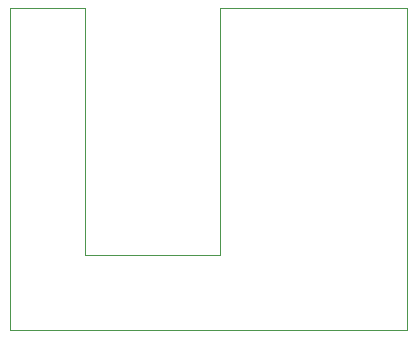
<source format=gko>
G75*
%MOIN*%
%OFA0B0*%
%FSLAX24Y24*%
%IPPOS*%
%LPD*%
%AMOC8*
5,1,8,0,0,1.08239X$1,22.5*
%
%ADD10C,0.0000*%
D10*
X003260Y002893D02*
X003260Y013639D01*
X005760Y013639D01*
X005760Y005393D01*
X010260Y005393D01*
X010260Y013639D01*
X016502Y013639D01*
X016502Y002893D01*
X003260Y002893D01*
M02*

</source>
